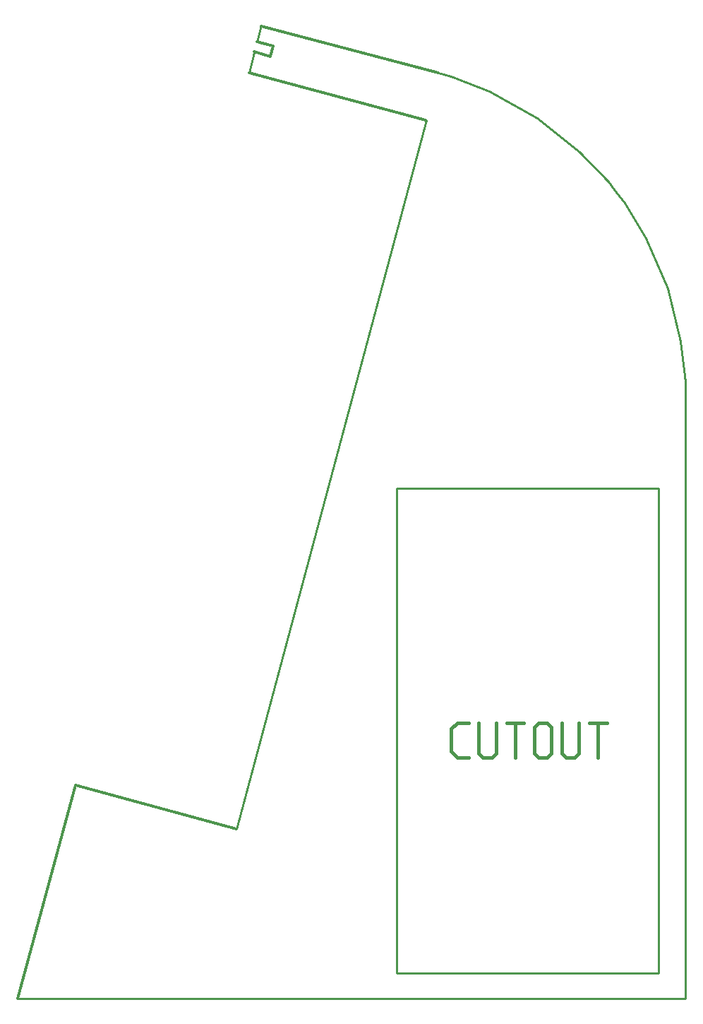
<source format=gbr>
G04 start of page 4 for group 2 idx 2 *
G04 Title: Stand for Heart, outline *
G04 Creator: pcb 4.0.2 *
G04 CreationDate: Wed Apr  3 11:17:26 2019 UTC *
G04 For: alez *
G04 Format: Gerber/RS-274X *
G04 PCB-Dimensions (mil): 3346.46 4724.41 *
G04 PCB-Coordinate-Origin: lower left *
%MOIN*%
%FSLAX25Y25*%
%LNOUTLINE*%
%ADD28C,0.0163*%
%ADD27C,0.0100*%
%ADD26C,0.0118*%
%ADD25C,0.0111*%
G54D25*X324556Y298257D02*X322407Y317490D01*
X316125Y342446D01*
X324556Y298257D02*Y7393D01*
X9598D02*X324556D01*
G54D26*X9433Y7491D02*X36598Y107885D01*
X112582Y87412D01*
G54D27*X312042Y19312D02*X188247D01*
G54D25*X112571Y87472D02*X202122Y421678D01*
G54D27*X188247Y248038D02*X312042D01*
Y19312D01*
X188247D02*Y248038D01*
G54D25*X316125Y342446D02*X305920Y366068D01*
X295915Y382632D01*
X292014Y387715D01*
X288108Y392804D01*
X274701Y406753D01*
X254525Y422725D01*
X232043Y435258D01*
X214025Y442306D01*
X207835Y443960D01*
X118457Y444096D02*X121045Y453758D01*
G54D26*X129905Y456703D02*X122425Y458672D01*
X201952Y421664D02*X118488Y444105D01*
X120850Y453948D02*X128724Y451585D01*
G54D25*X122342Y458588D02*X124409Y466313D01*
G54D26*X124393Y466152D02*X207858Y444105D01*
X128724Y451585D02*X129905Y456703D01*
G54D28*X216856Y121041D02*X222160D01*
X214000Y123897D02*X216856Y121041D01*
X214000Y134505D02*Y123897D01*
Y134505D02*X216856Y137361D01*
X222160D01*
X227056D02*Y123081D01*
X229096Y121041D01*
X233176D01*
X235216Y123081D01*
Y137361D02*Y123081D01*
X240112Y137361D02*X248272D01*
X244192D02*Y121041D01*
X253168Y135321D02*Y123081D01*
Y135321D02*X255208Y137361D01*
X259288D01*
X261328Y135321D01*
Y123081D01*
X259288Y121041D02*X261328Y123081D01*
X255208Y121041D02*X259288D01*
X253168Y123081D02*X255208Y121041D01*
X266224Y137361D02*Y123081D01*
X268264Y121041D01*
X272344D01*
X274384Y123081D01*
Y137361D02*Y123081D01*
X279280Y137361D02*X287440D01*
X283360D02*Y121041D01*
M02*

</source>
